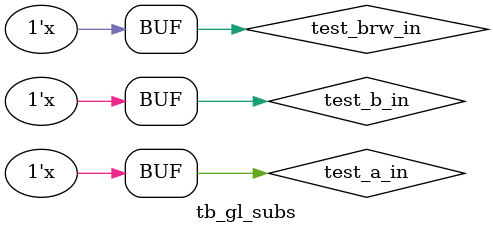
<source format=v>
`timescale 1ns / 1ps


module tb_gl_subs(

    );
    
    reg test_a_in, test_b_in, test_brw_in;
    wire test_hs_diff_out, test_hs_brw_out, test_fs_diff_out, test_fs_brw_out;
    
    gl_half_sub tb1 (
        .a_in(test_a_in),
        .b_in(test_b_in),
        .diff_out(test_hs_diff_out),
        .brw_out(test_hs_brw_out)
        );
        
    gl_full_sub tb2 (
        .a_in(test_a_in),
        .b_in(test_b_in),
        .brw_in(test_brw_in),
        .diff_out(test_fs_diff_out),
        .brw_out(test_fs_brw_out)
        );
        
    initial
    begin
        test_a_in = 1'b0;
        test_b_in = 1'b0;
        test_brw_in = 1'b0;
    end
    
    always #5 test_a_in = ~test_a_in;
    always #10 test_b_in = ~test_b_in;
    always #20 test_brw_in = ~test_brw_in;
    
endmodule

</source>
